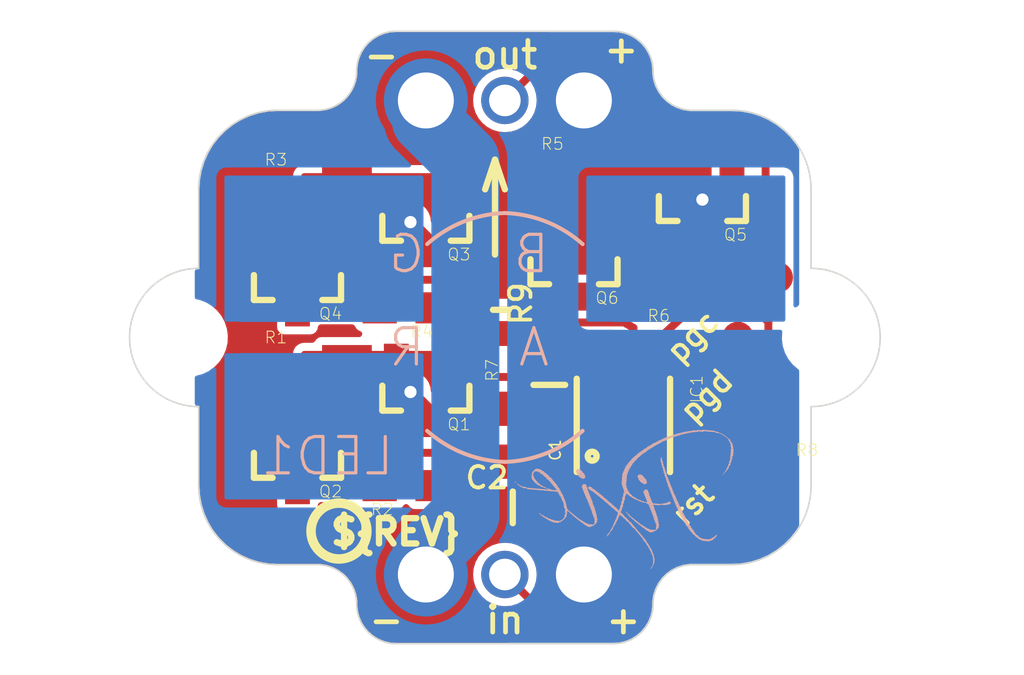
<source format=kicad_pcb>
(kicad_pcb (version 20221018) (generator pcbnew)
  (layers (0 "F.Cu" signal) (1 "In1.Cu" signal) (2 "In2.Cu" signal) (3 "In3.Cu" signal) (4 "In4.Cu" signal) (5 "In5.Cu" signal) (6 "In6.Cu" signal) (7 "In7.Cu" signal) (8 "In8.Cu" signal) (9 "In9.Cu" signal) (10 "In10.Cu" signal) (11 "In11.Cu" signal) (12 "In12.Cu" signal) (13 "In13.Cu" signal) (14 "In14.Cu" signal) (31 "B.Cu" signal) (34 "B.Paste" user) (35 "F.Paste" user) (36 "B.SilkS" user "B.Silkscreen") (37 "F.SilkS" user "F.Silkscreen") (38 "B.Mask" user) (39 "F.Mask" user) (44 "Edge.Cuts" user))
  (net 0 "")
  (net 1 "N$1")
  (net 2 "N$2")
  (net 3 "N$3")
  (net 4 "GND")
  (net 5 "5V")
  (net 6 "N$13")
  (net 7 "N$8")
  (net 8 "N$4")
  (net 9 "R")
  (net 10 "N$6")
  (net 11 "G")
  (net 12 "N$15")
  (net 13 "B")
  (net 14 "DIN")
  (net 15 "N$10")
  (net 16 "N$11")
  (net 17 "N$12")
  (net 18 "N$17")
  (net 19 "DGND")
  (net 20 "DOUT")
  (footprint "working:_0603MP" (layer "F.Cu") (at 148.3741 104.1146 -90)
    (fp_text reference "R9" (at -0.9525 -0.635 90) (layer "F.SilkS") (effects (font (size 0.692831 0.692831) (thickness 0.119969)) (justify right)))
    (fp_text value "100")
    (pad "1" smd rect (at -0.762 0 270) (size 0.8 0.8) (layers "F.Cu" "F.Paste" "F.Mask") (net 4 "GND"))
    (pad "2" smd rect (at 0.762 0 270) (size 0.8 0.8) (layers "F.Cu" "F.Paste" "F.Mask") (net 19 "DGND"))
  )
  (footprint "working:PAD.03X.04" (layer "F.Cu") (at 155.9941 110.0836)
    (fp_text reference "!MCLR0" hide)
    (fp_text value "TEST-POINT3X4" hide)
    (pad "P$1" smd roundrect (at 0 0) (size 1.016 1.016) (layers "F.Cu" "F.Mask") (roundrect_rratio 0.5) (net 15 "N$10"))
  )
  (footprint "working:ALIGN_CROSS" (layer "F.Cu") (at 158.3436 114.8461)
    (fp_text reference "U$4" hide)
    (fp_text value "ALIGN_CROSS" hide)
  )
  (footprint "working:0603-RES" (layer "F.Cu") (at 145.3261 104.0511 180)
    (fp_text reference "R4" (at -0.889 -0.762) (layer "F.SilkS") (effects (font (size 0.376489 0.376489) (thickness 0.029911)) (justify right)))
    (fp_text value "47k")
    (pad "1" smd rect (at -0.85 0 180) (size 1.1 1) (layers "F.Cu" "F.Paste" "F.Mask") (net 11 "G"))
    (pad "2" smd rect (at 0.85 0 180) (size 1.1 1) (layers "F.Cu" "F.Paste" "F.Mask") (net 17 "N$12"))
  )
  (footprint "working:SOT23-3" (layer "F.Cu") (at 145.9611 101.1936 180)
    (fp_text reference "Q3" (at -1.4605 -1.143) (layer "F.SilkS") (effects (font (size 0.376489 0.376489) (thickness 0.029911)) (justify right)))
    (fp_text value "IRLML2060TRPBF")
    (pad "1" smd rect (at -0.95 1 180) (size 0.8 0.9) (layers "F.Cu" "F.Paste" "F.Mask") (net 17 "N$12"))
    (pad "2" smd rect (at 0.95 1 180) (size 0.8 0.9) (layers "F.Cu" "F.Paste" "F.Mask") (net 10 "N$6"))
    (pad "3" smd rect (at 0 -1.1 180) (size 0.8 0.9) (layers "F.Cu" "F.Paste" "F.Mask") (net 2 "N$2"))
  )
  (footprint "working:1206" (layer "F.Cu") (at 150.9141 99.9236)
    (fp_text reference "R5" (at -1.27 -1.143) (layer "F.SilkS") (effects (font (size 0.376489 0.376489) (thickness 0.029911)) (justify left)))
    (fp_text value "1.74 0.25W")
    (pad "1" smd rect (at -1.4 0) (size 1.6 1.8) (layers "F.Cu" "F.Paste" "F.Mask") (net 4 "GND"))
    (pad "2" smd rect (at 1.4 0) (size 1.6 1.8) (layers "F.Cu" "F.Paste" "F.Mask") (net 12 "N$15"))
  )
  (footprint "working:SOT23-3" (layer "F.Cu") (at 154.8511 100.5586 180)
    (fp_text reference "Q5" (at -1.4605 -1.143) (layer "F.SilkS") (effects (font (size 0.376489 0.376489) (thickness 0.029911)) (justify right)))
    (fp_text value "IRLML2060TRPBF")
    (pad "1" smd rect (at -0.95 1 180) (size 0.8 0.9) (layers "F.Cu" "F.Paste" "F.Mask") (net 16 "N$11"))
    (pad "2" smd rect (at 0.95 1 180) (size 0.8 0.9) (layers "F.Cu" "F.Paste" "F.Mask") (net 12 "N$15"))
    (pad "3" smd rect (at 0 -1.1 180) (size 0.8 0.9) (layers "F.Cu" "F.Paste" "F.Mask") (net 3 "N$3"))
  )
  (footprint "working:1X03-0.1PWR+SIG" (layer "F.Cu") (at 148.5011 112.6236 180)
    (fp_text reference "IN0" hide)
    (fp_text value "" hide)
    (pad "P$1" thru_hole circle (at -2.54 0 180) (size 2.7 2.7) (drill 1.8) (layers "*.Cu" "*.Mask") (net 5 "5V"))
    (pad "P$2" thru_hole circle (at 0 0 180) (size 1.524 1.524) (drill 1.016) (layers "*.Cu" "*.Mask") (net 14 "DIN"))
    (pad "P$3" thru_hole circle (at 2.54 0 180) (size 2.7 2.7) (drill 1.8) (layers "*.Cu" "*.Mask") (net 4 "GND"))
  )
  (footprint "working:0603-RES" (layer "F.Cu") (at 156.1211 108.8136 180)
    (fp_text reference "R8" (at -2.4765 0.1905) (layer "F.SilkS") (effects (font (size 0.376489 0.376489) (thickness 0.029911)) (justify right)))
    (fp_text value "33")
    (pad "1" smd rect (at -0.85 0 180) (size 1.1 1) (layers "F.Cu" "F.Paste" "F.Mask") (net 7 "N$8"))
    (pad "2" smd rect (at 0.85 0 180) (size 1.1 1) (layers "F.Cu" "F.Paste" "F.Mask") (net 20 "DOUT"))
  )
  (footprint "working:FIDUCIAL_1MM" (layer "F.Cu") (at 151.9047 107.823)
    (fp_text reference "U$6" hide)
    (fp_text value "FIDUCIAL\"\"" hide)
    (pad "1" smd roundrect (at 0 0) (size 1 1) (layers "F.Cu" "F.Mask") (roundrect_rratio 0.5))
  )
  (footprint "" (layer "F.Cu") (at 138.3411 105.0036)
    (fp_text reference "@HOLE0" hide)
    (fp_text value "" (at 0 0) (layer "F.SilkS") (effects (font (size 1.27 1.27))))
    (pad "" np_thru_hole circle (at 0 0) (size 2 2) (drill 2) (layers "*.Cu" "*.Mask"))
  )
  (footprint "working:1206" (layer "F.Cu") (at 142.0241 100.4316)
    (fp_text reference "R3" (at -1.27 -1.143) (layer "F.SilkS") (effects (font (size 0.376489 0.376489) (thickness 0.029911)) (justify left)))
    (fp_text value "1.74 0.25W")
    (pad "1" smd rect (at -1.4 0) (size 1.6 1.8) (layers "F.Cu" "F.Paste" "F.Mask") (net 4 "GND"))
    (pad "2" smd rect (at 1.4 0) (size 1.6 1.8) (layers "F.Cu" "F.Paste" "F.Mask") (net 10 "N$6"))
  )
  (footprint "working:PAD.03X.04" (layer "F.Cu") (at 155.9941 105.0036)
    (fp_text reference "PGC0" hide)
    (fp_text value "TEST-POINT3X4" hide)
    (pad "P$1" smd roundrect (at 0 0) (size 1.016 1.016) (layers "F.Cu" "F.Mask") (roundrect_rratio 0.5) (net 11 "G"))
  )
  (footprint "working:0603-RES" (layer "F.Cu") (at 154.2161 103.5431 180)
    (fp_text reference "R6" (at 0.381 -0.762) (layer "F.SilkS") (effects (font (size 0.376489 0.376489) (thickness 0.029911)) (justify right)))
    (fp_text value "47k")
    (pad "1" smd rect (at -0.85 0 180) (size 1.1 1) (layers "F.Cu" "F.Paste" "F.Mask") (net 13 "B"))
    (pad "2" smd rect (at 0.85 0 180) (size 1.1 1) (layers "F.Cu" "F.Paste" "F.Mask") (net 16 "N$11"))
  )
  (footprint "working:_0805MP" (layer "F.Cu") (at 148.7551 110.4646)
    (fp_text reference "C2" (at -1.5875 -0.9525) (layer "F.SilkS") (effects (font (size 0.692831 0.692831) (thickness 0.119969)) (justify left)))
    (fp_text value "22uF,6.3V")
    (pad "1" smd rect (at -1.016 0) (size 1.2 1.3) (layers "F.Cu" "F.Paste" "F.Mask") (net 4 "GND"))
    (pad "2" smd rect (at 1.016 0) (size 1.2 1.3) (layers "F.Cu" "F.Paste" "F.Mask") (net 5 "5V"))
  )
  (footprint "working:MSOP-8" (layer "F.Cu") (at 152.3111 107.82935)
    (fp_text reference "IC1" (at 2.3575 -0.6875 90) (layer "F.SilkS") (effects (font (size 0.376489 0.376489) (thickness 0.029911)) (justify left)))
    (fp_text value "PIC12(L)F157X")
    (pad "1" smd rect (at -0.975 2.4) (size 0.35 1.02) (layers "F.Cu" "F.Paste" "F.Mask") (net 6 "N$13"))
    (pad "2" smd rect (at -0.325 2.4) (size 0.35 1.02) (layers "F.Cu" "F.Paste" "F.Mask") (net 14 "DIN"))
    (pad "3" smd rect (at 0.325 2.4) (size 0.35 1.02) (layers "F.Cu" "F.Paste" "F.Mask") (net 20 "DOUT"))
    (pad "4" smd rect (at 0.975 2.4) (size 0.35 1.02) (layers "F.Cu" "F.Paste" "F.Mask") (net 15 "N$10"))
    (pad "5" smd rect (at 0.975 -2.4) (size 0.35 1.02) (layers "F.Cu" "F.Paste" "F.Mask") (net 13 "B"))
    (pad "6" smd rect (at 0.325 -2.4) (size 0.35 1.02) (layers "F.Cu" "F.Paste" "F.Mask") (net 11 "G"))
    (pad "7" smd rect (at -0.325 -2.4) (size 0.35 1.02) (layers "F.Cu" "F.Paste" "F.Mask") (net 9 "R"))
    (pad "8" smd rect (at -0.975 -2.4) (size 0.35 1.02) (layers "F.Cu" "F.Paste" "F.Mask") (net 19 "DGND"))
  )
  (footprint "working:0603-RES" (layer "F.Cu") (at 145.3261 109.7661 180)
    (fp_text reference "R2" (at 0.381 -0.762) (layer "F.SilkS") (effects (font (size 0.376489 0.376489) (thickness 0.029911)) (justify right)))
    (fp_text value "47k")
    (pad "1" smd rect (at -0.85 0 180) (size 1.1 1) (layers "F.Cu" "F.Paste" "F.Mask") (net 9 "R"))
    (pad "2" smd rect (at 0.85 0 180) (size 1.1 1) (layers "F.Cu" "F.Paste" "F.Mask") (net 18 "N$17"))
  )
  (footprint "working:ALIGN_CROSS" (layer "F.Cu") (at 138.6586 114.8461)
    (fp_text reference "U$3" hide)
    (fp_text value "ALIGN_CROSS" hide)
  )
  (footprint "working:0603-RES" (layer "F.Cu") (at 148.27885 108.14685 -90)
    (fp_text reference "R7" (at -2.4765 0.1905 90) (layer "F.SilkS") (effects (font (size 0.376489 0.376489) (thickness 0.029911)) (justify right)))
    (fp_text value "100")
    (pad "1" smd rect (at -0.85 0 270) (size 1.1 1) (layers "F.Cu" "F.Paste" "F.Mask") (net 6 "N$13"))
    (pad "2" smd rect (at 0.85 0 270) (size 1.1 1) (layers "F.Cu" "F.Paste" "F.Mask") (net 5 "5V"))
  )
  (footprint "working:_0805MP" (layer "F.Cu") (at 149.92985 106.5276 90)
    (fp_text reference "C1" (at -2.4765 0.1905 90) (layer "F.SilkS") (effects (font (size 0.35308 0.35308) (thickness 0.05332)) (justify left)))
    (fp_text value "22uF,6.3V" hide)
    (pad "1" smd rect (at -1.016 0 90) (size 1.2 1.3) (layers "F.Cu" "F.Paste" "F.Mask") (net 6 "N$13"))
    (pad "2" smd rect (at 1.016 0 90) (size 1.2 1.3) (layers "F.Cu" "F.Paste" "F.Mask") (net 19 "DGND"))
  )
  (footprint "working:SOT23-3" (layer "F.Cu") (at 141.8336 108.8136 180)
    (fp_text reference "Q2" (at -1.4605 -1.143) (layer "F.SilkS") (effects (font (size 0.376489 0.376489) (thickness 0.029911)) (justify right)))
    (fp_text value "MMBT2222A")
    (pad "1" smd rect (at -0.95 1 180) (size 0.8 0.9) (layers "F.Cu" "F.Paste" "F.Mask") (net 8 "N$4"))
    (pad "2" smd rect (at 0.95 1 180) (size 0.8 0.9) (layers "F.Cu" "F.Paste" "F.Mask") (net 4 "GND"))
    (pad "3" smd rect (at 0 -1.1 180) (size 0.8 0.9) (layers "F.Cu" "F.Paste" "F.Mask") (net 18 "N$17"))
  )
  (footprint "working:PCBFEAT-REV-040" (layer "F.Cu") (at 143.1671 111.2266)
    (fp_text reference "U$8" hide)
    (fp_text value "" hide)
    (fp_text user "${REV}" (at -0.3556 0.508) (layer "F.SilkS") (effects (font (size 0.8128 0.8128) (thickness 0.2032)) (justify left bottom)))
  )
  (footprint "" (layer "F.Cu") (at 158.6611 105.0036)
    (fp_text reference "@HOLE1" hide)
    (fp_text value "" (at 0 0) (layer "F.SilkS") (effects (font (size 1.27 1.27))))
    (pad "" np_thru_hole circle (at 0 0) (size 2 2) (drill 2) (layers "*.Cu" "*.Mask"))
  )
  (footprint "working:PAD.03X.04" (layer "F.Cu") (at 155.9941 107.5436)
    (fp_text reference "PGD0" hide)
    (fp_text value "TEST-POINT3X4" hide)
    (pad "P$1" smd roundrect (at 0 0) (size 1.016 1.016) (layers "F.Cu" "F.Mask") (roundrect_rratio 0.5) (net 9 "R"))
  )
  (footprint "working:SOT23-3" (layer "F.Cu") (at 150.7236 102.5906 180)
    (fp_text reference "Q6" (at -1.4605 -1.143) (layer "F.SilkS") (effects (font (size 0.376489 0.376489) (thickness 0.029911)) (justify right)))
    (fp_text value "MMBT2222A")
    (pad "1" smd rect (at -0.95 1 180) (size 0.8 0.9) (layers "F.Cu" "F.Paste" "F.Mask") (net 12 "N$15"))
    (pad "2" smd rect (at 0.95 1 180) (size 0.8 0.9) (layers "F.Cu" "F.Paste" "F.Mask") (net 4 "GND"))
    (pad "3" smd rect (at 0 -1.1 180) (size 0.8 0.9) (layers "F.Cu" "F.Paste" "F.Mask") (net 16 "N$11"))
  )
  (footprint "working:FIDUCIAL_1MM" (layer "F.Cu") (at 157.2641 103.0732)
    (fp_text reference "U$7" hide)
    (fp_text value "FIDUCIAL\"\"" hide)
    (pad "1" smd roundrect (at 0 0) (size 1 1) (layers "F.Cu" "F.Mask") (roundrect_rratio 0.5))
  )
  (footprint "working:1X03-0.1PWR+SIG" (layer "F.Cu") (at 148.5011 97.3836 180)
    (fp_text reference "OUT0" hide)
    (fp_text value "" hide)
    (pad "P$1" thru_hole circle (at -2.54 0 180) (size 2.7 2.7) (drill 1.8) (layers "*.Cu" "*.Mask") (net 5 "5V"))
    (pad "P$2" thru_hole circle (at 0 0 180) (size 1.524 1.524) (drill 1.016) (layers "*.Cu" "*.Mask") (net 7 "N$8"))
    (pad "P$3" thru_hole circle (at 2.54 0 180) (size 2.7 2.7) (drill 1.8) (layers "*.Cu" "*.Mask") (net 4 "GND"))
  )
  (footprint "working:ALIGN_CROSS" (layer "F.Cu") (at 138.6586 95.1611)
    (fp_text reference "U$1" hide)
    (fp_text value "ALIGN_CROSS" hide)
  )
  (footprint "working:1206" (layer "F.Cu") (at 142.0241 106.1466)
    (fp_text reference "R1" (at -1.27 -1.143) (layer "F.SilkS") (effects (font (size 0.376489 0.376489) (thickness 0.029911)) (justify left)))
    (fp_text value "1.74 0.25W")
    (pad "1" smd rect (at -1.4 0) (size 1.6 1.8) (layers "F.Cu" "F.Paste" "F.Mask") (net 4 "GND"))
    (pad "2" smd rect (at 1.4 0) (size 1.6 1.8) (layers "F.Cu" "F.Paste" "F.Mask") (net 8 "N$4"))
  )
  (footprint "working:ALIGN_CROSS" (layer "F.Cu") (at 158.3436 95.1611)
    (fp_text reference "U$2" hide)
    (fp_text value "ALIGN_CROSS" hide)
  )
  (footprint "working:SOT23-3" (layer "F.Cu") (at 145.9611 106.6546 180)
    (fp_text reference "Q1" (at -1.4605 -1.143) (layer "F.SilkS") (effects (font (size 0.376489 0.376489) (thickness 0.029911)) (justify right)))
    (fp_text value "IRLML2060TRPBF")
    (pad "1" smd rect (at -0.95 1 180) (size 0.8 0.9) (layers "F.Cu" "F.Paste" "F.Mask") (net 18 "N$17"))
    (pad "2" smd rect (at 0.95 1 180) (size 0.8 0.9) (layers "F.Cu" "F.Paste" "F.Mask") (net 8 "N$4"))
    (pad "3" smd rect (at 0 -1.1 180) (size 0.8 0.9) (layers "F.Cu" "F.Paste" "F.Mask") (net 1 "N$1"))
  )
  (footprint "working:SOT23-3" (layer "F.Cu") (at 141.8336 103.0986 180)
    (fp_text reference "Q4" (at -1.4605 -1.143) (layer "F.SilkS") (effects (font (size 0.376489 0.376489) (thickness 0.029911)) (justify right)))
    (fp_text value "MMBT2222A")
    (pad "1" smd rect (at -0.95 1 180) (size 0.8 0.9) (layers "F.Cu" "F.Paste" "F.Mask") (net 10 "N$6"))
    (pad "2" smd rect (at 0.95 1 180) (size 0.8 0.9) (layers "F.Cu" "F.Paste" "F.Mask") (net 4 "GND"))
    (pad "3" smd rect (at 0 -1.1 180) (size 0.8 0.9) (layers "F.Cu" "F.Paste" "F.Mask") (net 17 "N$12"))
  )
  (footprint "working:RGBLED3W4PIN" (layer "B.Cu") (at 148.5011 105.0036)
    (fp_text reference "LED1" (at -3.5 4.5 180) (layer "B.SilkS") (effects (font (size 1.1684 1.1684) (thickness 0.1016)) (justify left bottom mirror)))
    (fp_text value "RGBLED_CA" hide)
    (fp_text user "R" (at -2.5 1 180) (layer "B.SilkS") (effects (font (size 1.1684 1.1684) (thickness 0.1016)) (justify left bottom mirror)))
    (fp_text user "G" (at -2.5 -2 180) (layer "B.SilkS") (effects (font (size 1.1684 1.1684) (thickness 0.1016)) (justify left bottom mirror)))
    (fp_text user "A" (at 1.5 1 180) (layer "B.SilkS") (effects (font (size 1.1684 1.1684) (thickness 0.1016)) (justify left bottom mirror)))
    (fp_text user "B" (at 1.5 -2 180) (layer "B.SilkS") (effects (font (size 1.1684 1.1684) (thickness 0.1016)) (justify left bottom mirror)))
    (pad "ANODE" smd rect (at 6 1.5) (size 5 2) (layers "B.Cu" "B.Paste" "B.Mask") (net 5 "5V"))
    (pad "B" smd rect (at 6 -1.5) (size 5 2) (layers "B.Cu" "B.Paste" "B.Mask") (net 3 "N$3"))
    (pad "G" smd rect (at -6 -1.5) (size 5 2) (layers "B.Cu" "B.Paste" "B.Mask") (net 2 "N$2"))
    (pad "R" smd rect (at -6 1.5) (size 5 2) (layers "B.Cu" "B.Paste" "B.Mask") (net 1 "N$1"))
  )
  (footprint "working:PIXIE-LOGO" (layer "B.Cu") (at 155.08605 111.4425 175)
    (fp_text reference "U$5" hide)
    (fp_text value "PIXIE-LOGO" hide)
  )
  (gr_line (start 148.1836 102.3366) (end 148.1836 99.2886) (stroke (width 0.2032)) (layer "F.SilkS"))
  (gr_line (start 148.1836 99.2886) (end 147.8661 100.2411) (stroke (width 0.2032)) (layer "F.SilkS"))
  (gr_line (start 148.1836 99.2886) (end 148.5011 100.2411) (stroke (width 0.2032)) (layer "F.SilkS"))
  (gr_arc (start 143.7386 96.4311) (mid 143.366626 97.329126) (end 142.4686 97.7011) (stroke (width 0.05)) (layer "Edge.Cuts"))
  (gr_line (start 155.8036 97.7011) (end 154.5336 97.7011) (stroke (width 0.05)) (layer "Edge.Cuts"))
  (gr_arc (start 138.6586 107.2261) (mid 136.4361 105.0036) (end 138.6586 102.7811) (stroke (width 0.05)) (layer "Edge.Cuts"))
  (gr_line (start 138.6586 100.2411) (end 138.6586 102.7811) (stroke (width 0.05)) (layer "Edge.Cuts"))
  (gr_arc (start 154.5336 97.7011) (mid 153.635574 97.329126) (end 153.2636 96.4311) (stroke (width 0.05)) (layer "Edge.Cuts"))
  (gr_line (start 145.0086 114.8461) (end 151.9936 114.8461) (stroke (width 0.05)) (layer "Edge.Cuts"))
  (gr_arc (start 153.2636 113.5761) (mid 153.635574 112.678074) (end 154.5336 112.3061) (stroke (width 0.05)) (layer "Edge.Cuts"))
  (gr_line (start 145.0086 95.1611) (end 151.9936 95.1611) (stroke (width 0.05)) (layer "Edge.Cuts"))
  (gr_arc (start 141.1986 112.3061) (mid 139.402549 111.562151) (end 138.6586 109.7661) (stroke (width 0.05)) (layer "Edge.Cuts"))
  (gr_arc (start 138.6586 100.2411) (mid 139.402549 98.445049) (end 141.1986 97.7011) (stroke (width 0.05)) (layer "Edge.Cuts"))
  (gr_arc (start 158.3436 102.7811) (mid 160.5661 105.0036) (end 158.3436 107.2261) (stroke (width 0.05)) (layer "Edge.Cuts"))
  (gr_line (start 158.3436 109.7661) (end 158.3436 107.2261) (stroke (width 0.05)) (layer "Edge.Cuts"))
  (gr_arc (start 153.2636 113.5761) (mid 152.891626 114.474126) (end 151.9936 114.8461) (stroke (width 0.05)) (layer "Edge.Cuts"))
  (gr_arc (start 142.4686 112.3061) (mid 143.366626 112.678074) (end 143.7386 113.5761) (stroke (width 0.05)) (layer "Edge.Cuts"))
  (gr_line (start 155.8036 112.3061) (end 154.5336 112.3061) (stroke (width 0.05)) (layer "Edge.Cuts"))
  (gr_line (start 141.1986 97.7011) (end 142.4686 97.7011) (stroke (width 0.05)) (layer "Edge.Cuts"))
  (gr_arc (start 158.3436 109.7661) (mid 157.599651 111.562151) (end 155.8036 112.3061) (stroke (width 0.05)) (layer "Edge.Cuts"))
  (gr_arc (start 155.8036 97.7011) (mid 157.599651 98.445049) (end 158.3436 100.2411) (stroke (width 0.05)) (layer "Edge.Cuts"))
  (gr_arc (start 143.7386 96.4311) (mid 144.110574 95.533074) (end 145.0086 95.1611) (stroke (width 0.05)) (layer "Edge.Cuts"))
  (gr_line (start 141.1986 112.3061) (end 142.4686 112.3061) (stroke (width 0.05)) (layer "Edge.Cuts"))
  (gr_line (start 138.6586 107.2261) (end 138.6586 109.7661) (stroke (width 0.05)) (layer "Edge.Cuts"))
  (gr_line (start 158.3436 102.7811) (end 158.3436 100.2411) (stroke (width 0.05)) (layer "Edge.Cuts"))
  (gr_arc (start 151.9936 95.1611) (mid 152.891626 95.533074) (end 153.2636 96.4311) (stroke (width 0.05)) (layer "Edge.Cuts"))
  (gr_arc (start 145.0086 114.8461) (mid 144.110574 114.474126) (end 143.7386 113.5761) (stroke (width 0.05)) (layer "Edge.Cuts"))
  (gr_text "+" (at 151.6761 113.5761) (layer "F.SilkS") (effects (font (size 0.8636 0.8636) (thickness 0.1524)) (justify left top)))
  (gr_text "out" (at 148.5011 96.4311) (layer "F.SilkS") (effects (font (size 0.8636 0.8636) (thickness 0.1524)) (justify bottom)))
  (gr_text "-" (at 145.16735 96.4311) (layer "F.SilkS") (effects (font (size 0.8636 0.8636) (thickness 0.1524)) (justify right bottom)))
  (gr_text "+" (at 151.6761 96.4311 90) (layer "F.SilkS") (effects (font (size 0.8636 0.8636) (thickness 0.1524)) (justify left top)))
  (gr_text "-" (at 145.3261 113.5761) (layer "F.SilkS") (effects (font (size 0.8636 0.8636) (thickness 0.1524)) (justify right top)))
  (gr_text "pgd" (at 154.69235 106.5911 45) (layer "F.SilkS") (effects (font (size 0.69088 0.69088) (thickness 0.12192)) (justify top)))
  (gr_text "in" (at 148.5011 113.5761) (layer "F.SilkS") (effects (font (size 0.8636 0.8636) (thickness 0.1524)) (justify top)))
  (gr_text "rst" (at 154.24785 110.0836 45) (layer "F.SilkS") (effects (font (size 0.69088 0.69088) (thickness 0.12192)) (justify top)))
  (gr_text "pgc" (at 154.24785 104.6861 45) (layer "F.SilkS") (effects (font (size 0.69088 0.69088) (thickness 0.12192)) (justify top)))
  (segment (start 145.9611 107.2515) (end 145.4658 106.7562) (width 0.4064) (layer "F.Cu") (net 1))
  (segment (start 145.9611 107.7546) (end 145.9611 107.2515) (width 0.4064) (layer "F.Cu") (net 1))
  (via (at 145.4658 106.7562) (size 0.8001) (drill 0.3937) (layers "F.Cu" "B.Cu") (net 1))
  (segment (start 145.9611 101.7905) (end 145.4658 101.2952) (width 0.4064) (layer "F.Cu") (net 2))
  (segment (start 145.9611 102.2936) (end 145.9611 101.7905) (width 0.4064) (layer "F.Cu") (net 2))
  (via (at 145.4658 101.2952) (size 0.8001) (drill 0.3937) (layers "F.Cu" "B.Cu") (net 2))
  (segment (start 154.8511 101.6586) (end 154.8511 100.5713) (width 0.4064) (layer "F.Cu") (net 3))
  (via (at 154.8511 100.5713) (size 0.8001) (drill 0.3937) (layers "F.Cu" "B.Cu") (net 3))
  (segment (start 148.3741 103.3526) (end 148.5011 102.4636) (width 0.254) (layer "F.Cu") (net 4))
  (segment (start 145.9611 112.6236) (end 145.9611 111.9886) (width 2.1844) (layer "B.Cu") (net 4))
  (segment (start 147.2311 99.2886) (end 145.9611 98.0186) (width 2.1844) (layer "B.Cu") (net 4))
  (segment (start 147.2311 110.7186) (end 147.2311 99.2886) (width 2.1844) (layer "B.Cu") (net 4))
  (segment (start 145.9611 98.0186) (end 145.9611 97.3836) (width 2.1844) (layer "B.Cu") (net 4))
  (segment (start 145.9611 111.9886) (end 147.2311 110.7186) (width 2.1844) (layer "B.Cu") (net 4))
  (segment (start 149.7711 110.4646) (end 149.4011 109.8651) (width 0.254) (layer "F.Cu") (net 5))
  (segment (start 149.7711 110.4646) (end 151.0411 112.1046) (width 1.016) (layer "F.Cu") (net 5))
  (segment (start 149.4011 109.8651) (end 148.27885 108.99685) (width 0.254) (layer "F.Cu") (net 5))
  (segment (start 151.0411 112.1046) (end 151.0411 112.6236) (width 1.016) (layer "F.Cu") (net 5))
  (segment (start 149.7711 99.2886) (end 149.7711 110.7186) (width 2.1844) (layer "B.Cu") (net 5))
  (segment (start 151.0411 97.3836) (end 151.0411 98.0186) (width 2.1844) (layer "B.Cu") (net 5))
  (segment (start 151.0411 112.6236) (end 151.0411 111.9886) (width 2.1844) (layer "B.Cu") (net 5))
  (segment (start 151.0411 98.0186) (end 149.7711 99.2886) (width 2.1844) (layer "B.Cu") (net 5))
  (segment (start 151.0411 111.9886) (end 149.7711 110.7186) (width 2.1844) (layer "B.Cu") (net 5))
  (segment (start 148.27885 107.29685) (end 149.8066 107.29685) (width 0.254) (layer "F.Cu") (net 6))
  (segment (start 151.2951 110.2106) (end 151.3361 110.22935) (width 0.254) (layer "F.Cu") (net 6))
  (segment (start 151.2951 109.80885) (end 151.2951 110.2106) (width 0.254) (layer "F.Cu") (net 6))
  (segment (start 149.9391 108.45285) (end 151.2951 109.80885) (width 0.254) (layer "F.Cu") (net 6))
  (segment (start 149.92985 107.5436) (end 149.8066 107.29685) (width 0.254) (layer "F.Cu") (net 6))
  (segment (start 149.92985 107.5436) (end 149.9391 108.45285) (width 0.254) (layer "F.Cu") (net 6))
  (segment (start 152.6286 96.6851) (end 152.6286 96.33585) (width 0.254) (layer "F.Cu") (net 7))
  (segment (start 151.93645 95.6437) (end 150.241 95.6437) (width 0.254) (layer "F.Cu") (net 7))
  (segment (start 156.8831 101.7524) (end 156.8831 98.933) (width 0.254) (layer "F.Cu") (net 7))
  (segment (start 150.241 95.6437) (end 148.5011 97.3836) (width 0.254) (layer "F.Cu") (net 7))
  (segment (start 156.9711 108.8136) (end 156.9711 104.5074) (width 0.254) (layer "F.Cu") (net 7))
  (segment (start 156.0703 103.6066) (end 156.0703 102.5652) (width 0.254) (layer "F.Cu") (net 7))
  (segment (start 156.6037 98.6536) (end 154.2161 98.6536) (width 0.254) (layer "F.Cu") (net 7))
  (segment (start 156.8831 98.933) (end 156.6037 98.6536) (width 0.254) (layer "F.Cu") (net 7))
  (segment (start 152.8191 96.8756) (end 152.8191 97.2566) (width 0.254) (layer "F.Cu") (net 7))
  (segment (start 156.0703 102.5652) (end 156.8831 101.7524) (width 0.254) (layer "F.Cu") (net 7))
  (segment (start 152.8191 97.2566) (end 154.2161 98.6536) (width 0.254) (layer "F.Cu") (net 7))
  (segment (start 156.9711 104.5074) (end 156.0703 103.6066) (width 0.254) (layer "F.Cu") (net 7))
  (segment (start 152.8191 96.8756) (end 152.6286 96.6851) (width 0.254) (layer "F.Cu") (net 7))
  (segment (start 152.6286 96.33585) (end 151.93645 95.6437) (width 0.254) (layer "F.Cu") (net 7))
  (segment (start 143.1511 106.6736) (end 143.4241 106.1466) (width 0.4064) (layer "F.Cu") (net 8))
  (segment (start 155.9941 107.5436) (end 153.3271 107.5436) (width 0.254) (layer "F.Cu") (net 9))
  (segment (start 146.3294 109.7661) (end 146.1761 109.7661) (width 0.254) (layer "F.Cu") (net 9))
  (segment (start 148.6281 106.2736) (end 147.7137 106.2736) (width 0.254) (layer "F.Cu") (net 9))
  (segment (start 151.9861 105.42935) (end 151.9861 106.2026) (width 0.254) (layer "F.Cu") (net 9))
  (segment (start 151.9861 106.2026) (end 151.6611 106.5276) (width 0.254) (layer "F.Cu") (net 9))
  (segment (start 147.7137 106.2736) (end 147.3581 106.6292) (width 0.254) (layer "F.Cu") (net 9))
  (segment (start 153.3271 107.5436) (end 151.9861 106.2026) (width 0.254) (layer "F.Cu") (net 9))
  (segment (start 146.4056 109.7661) (end 146.1761 109.7661) (width 0.254) (layer "F.Cu") (net 9))
  (segment (start 147.3581 106.6292) (end 147.3581 108.8136) (width 0.254) (layer "F.Cu") (net 9))
  (segment (start 146.5072 109.7661) (end 146.1761 109.7661) (width 0.254) (layer "F.Cu") (net 9))
  (segment (start 147.3581 108.8136) (end 146.4056 109.7661) (width 0.254) (layer "F.Cu") (net 9))
  (segment (start 151.6611 106.5276) (end 149.2631 106.5276) (width 0.254) (layer "F.Cu") (net 9))
  (segment (start 149.2631 106.5276) (end 148.6281 106.2736) (width 0.254) (layer "F.Cu") (net 9))
  (segment (start 152.6286 105.30985) (end 152.6361 105.42935) (width 0.254) (layer "F.Cu") (net 11))
  (segment (start 146.1761 104.0756) (end 146.1761 104.0511) (width 0.254) (layer "F.Cu") (net 11))
  (segment (start 149.2631 104.1146) (end 146.2396 104.1146) (width 0.2032) (layer "F.Cu") (net 11))
  (segment (start 149.6695 104.521) (end 149.2631 104.1146) (width 0.254) (layer "F.Cu") (net 11))
  (segment (start 152.6361 105.42935) (end 152.6361 104.6936) (width 0.254) (layer "F.Cu") (net 11))
  (segment (start 146.2396 104.1146) (end 146.1761 104.0511) (width 0.254) (layer "F.Cu") (net 11))
  (segment (start 154.3939 106.3498) (end 152.8953 106.3498) (width 0.254) (layer "F.Cu") (net 11))
  (segment (start 155.9941 105.0036) (end 155.6131 105.0036) (width 0.254) (layer "F.Cu") (net 11))
  (segment (start 152.8953 106.3498) (end 152.6286 106.0831) (width 0.254) (layer "F.Cu") (net 11))
  (segment (start 155.6131 105.0036) (end 154.3939 106.3498) (width 0.254) (layer "F.Cu") (net 11))
  (segment (start 152.3365 104.521) (end 149.6695 104.521) (width 0.254) (layer "F.Cu") (net 11))
  (segment (start 152.6286 106.0831) (end 152.6286 105.30985) (width 0.254) (layer "F.Cu") (net 11))
  (segment (start 152.6361 104.6936) (end 152.3365 104.521) (width 0.254) (layer "F.Cu") (net 11))
  (segment (start 151.8661 102.1486) (end 151.8661 100.4986) (width 0.4064) (layer "F.Cu") (net 12))
  (segment (start 151.8661 100.4986) (end 152.3141 99.9236) (width 0.4064) (layer "F.Cu") (net 12))
  (segment (start 153.2861 105.1961) (end 155.0661 103.5431) (width 0.254) (layer "F.Cu") (net 13))
  (segment (start 153.2861 105.42935) (end 153.2861 105.1961) (width 0.254) (layer "F.Cu") (net 13))
  (segment (start 152.781 111.8235) (end 152.781 113.6015) (width 0.254) (layer "F.Cu") (net 14))
  (segment (start 150.241 114.3635) (end 148.5011 112.6236) (width 0.254) (layer "F.Cu") (net 14))
  (segment (start 151.9861 111.0286) (end 152.781 111.8235) (width 0.254) (layer "F.Cu") (net 14))
  (segment (start 152.781 113.6015) (end 152.019 114.3635) (width 0.254) (layer "F.Cu") (net 14))
  (segment (start 151.9861 110.22935) (end 151.9861 111.0286) (width 0.254) (layer "F.Cu") (net 14))
  (segment (start 152.019 114.3635) (end 150.241 114.3635) (width 0.254) (layer "F.Cu") (net 14))
  (segment (start 153.2861 110.22935) (end 156.10235 110.10235) (width 0.254) (layer "F.Cu") (net 15))
  (segment (start 156.10235 110.10235) (end 155.9941 110.0836) (width 0.254) (layer "F.Cu") (net 15))
  (segment (start 155.8011 102.0216) (end 155.9941 101.8286) (width 0.254) (layer "F.Cu") (net 16))
  (segment (start 153.2186 103.6906) (end 153.3661 103.5431) (width 0.254) (layer "F.Cu") (net 16))
  (segment (start 150.7236 103.6906) (end 153.2186 103.6906) (width 0.254) (layer "F.Cu") (net 16))
  (segment (start 155.4607 102.489) (end 155.8011 102.0216) (width 0.254) (layer "F.Cu") (net 16))
  (segment (start 155.9941 101.8286) (end 155.9941 99.6696) (width 0.254) (layer "F.Cu") (net 16))
  (segment (start 153.3661 103.5431) (end 154.2932 102.489) (width 0.254) (layer "F.Cu") (net 16))
  (segment (start 155.9941 99.6696) (end 155.8011 99.5586) (width 0.254) (layer "F.Cu") (net 16))
  (segment (start 154.2932 102.489) (end 155.4607 102.489) (width 0.254) (layer "F.Cu") (net 16))
  (segment (start 146.5453 103.1494) (end 146.9111 102.7836) (width 0.254) (layer "F.Cu") (net 17))
  (segment (start 141.8336 104.1986) (end 144.3286 104.1986) (width 0.254) (layer "F.Cu") (net 17))
  (segment (start 146.9111 102.7836) (end 146.9111 100.1936) (width 0.254) (layer "F.Cu") (net 17))
  (segment (start 144.3286 104.1986) (end 144.4761 104.0511) (width 0.254) (layer "F.Cu") (net 17))
  (segment (start 145.3778 103.1494) (end 146.5453 103.1494) (width 0.254) (layer "F.Cu") (net 17))
  (segment (start 144.4761 104.0511) (end 145.3778 103.1494) (width 0.254) (layer "F.Cu") (net 17))
  (segment (start 146.8501 108.5596) (end 146.8501 105.9086) (width 0.254) (layer "F.Cu") (net 18))
  (segment (start 145.5302 108.712) (end 146.6977 108.712) (width 0.254) (layer "F.Cu") (net 18))
  (segment (start 146.8501 105.9086) (end 146.9111 105.6546) (width 0.254) (layer "F.Cu") (net 18))
  (segment (start 141.8336 109.9136) (end 144.3286 109.9136) (width 0.254) (layer "F.Cu") (net 18))
  (segment (start 146.6977 108.712) (end 146.8501 108.5596) (width 0.254) (layer "F.Cu") (net 18))
  (segment (start 144.4761 109.7661) (end 145.5302 108.712) (width 0.254) (layer "F.Cu") (net 18))
  (segment (start 144.3286 109.9136) (end 144.4761 109.7661) (width 0.254) (layer "F.Cu") (net 18))
  (segment (start 148.3741 105.02435) (end 148.3741 104.8766) (width 0.254) (layer "F.Cu") (net 19))
  (segment (start 151.3361 105.5006) (end 151.3361 105.42935) (width 0.254) (layer "F.Cu") (net 19))
  (segment (start 151.31735 105.3211) (end 151.3361 105.42935) (width 0.254) (layer "F.Cu") (net 19))
  (segment (start 149.0091 105.5006) (end 148.3741 104.8766) (width 0.254) (layer "F.Cu") (net 19))
  (segment (start 149.92985 105.5116) (end 151.3361 105.5006) (width 0.254) (layer "F.Cu") (net 19))
  (segment (start 149.92985 105.5116) (end 149.0091 105.5006) (width 0.254) (layer "F.Cu") (net 19))
  (segment (start 153.2636 108.8136) (end 155.2711 108.8136) (width 0.254) (layer "F.Cu") (net 20))
  (segment (start 152.6361 110.22935) (end 152.6361 109.4411) (width 0.254) (layer "F.Cu") (net 20))
  (segment (start 152.6361 109.4411) (end 153.2636 108.8136) (width 0.254) (layer "F.Cu") (net 20))
  (zone (net 8) (net_name "N$4") (layer "F.Cu") (priority 6) (connect_pads yes (clearance 0.000001)) (min_thickness 0.2032) (fill yes (thermal_gap 0.5) (thermal_bridge_width 0.5))
    (polygon (pts (xy 146.7993 109.6518) (xy 141.9479 109.6518) (xy 141.9479 105.4354) (xy 146.7993 105.4354)))
  )
  (zone (net 12) (net_name "N$15") (layer "F.Cu") (priority 6) (connect_pads yes (clearance 0.000001)) (min_thickness 0.2032) (fill yes (thermal_gap 0.5) (thermal_bridge_width 0.5))
    (polygon (pts (xy 155.6893 103.3018) (xy 150.5204 103.3018) (xy 150.5204 99.0854) (xy 155.6893 99.0854)))
  )
  (zone (net 4) (net_name "GND") (layer "F.Cu") (priority 4) (connect_pads yes (clearance 0.000001)) (min_thickness 0.2032) (fill yes (thermal_gap 0.5) (thermal_bridge_width 0.5))
    (polygon (pts (xy 151.557431 102.6668) (xy 148.7043 102.6668) (xy 148.7043 115.049996) (xy 139.0142 115.016856) (xy 139.0142 95.086987) (xy 151.725062 94.955744)))
  )
  (zone (net 10) (net_name "N$6") (layer "F.Cu") (priority 6) (connect_pads yes (clearance 0.000001)) (min_thickness 0.2032) (fill yes (thermal_gap 0.5) (thermal_bridge_width 0.5))
    (polygon (pts (xy 146.7993 103.9368) (xy 141.9479 103.9368) (xy 141.9479 99.7204) (xy 146.7993 99.7204)))
  )
  (zone (net 3) (net_name "N$3") (layer "B.Cu") (priority 6) (connect_pads yes (clearance 0.000001)) (min_thickness 0.127) (fill yes (thermal_gap 0.5) (thermal_bridge_width 0.5))
    (polygon (pts (xy 157.5181 104.4956) (xy 149.3266 104.4956) (xy 149.3266 99.7966) (xy 157.5181 99.7966)))
  )
  (zone (net 1) (net_name "N$1") (layer "B.Cu") (priority 6) (connect_pads yes (clearance 0.000001)) (min_thickness 0.127) (fill yes (thermal_gap 0.5) (thermal_bridge_width 0.5))
    (polygon (pts (xy 147.6756 110.2106) (xy 139.4841 110.2106) (xy 139.4841 105.5116) (xy 147.6756 105.5116)))
  )
  (zone (net 2) (net_name "N$2") (layer "B.Cu") (priority 4) (connect_pads yes (clearance 0.000001)) (min_thickness 0.127) (fill yes (thermal_gap 0.5) (thermal_bridge_width 0.5))
    (polygon (pts (xy 147.6756 104.4956) (xy 139.4841 104.4956) (xy 139.4841 99.7966) (xy 147.6756 99.7966)))
  )
  (zone (net 5) (net_name "5V") (layer "B.Cu") (connect_pads yes (clearance 0.000001)) (min_thickness 0.127) (fill yes (thermal_gap 0.5) (thermal_bridge_width 0.5))
    (polygon (pts (xy 157.9626 114.9731) (xy 138.5316 114.9731) (xy 138.5316 95.0341) (xy 157.9626 95.0341)))
  )
)
</source>
